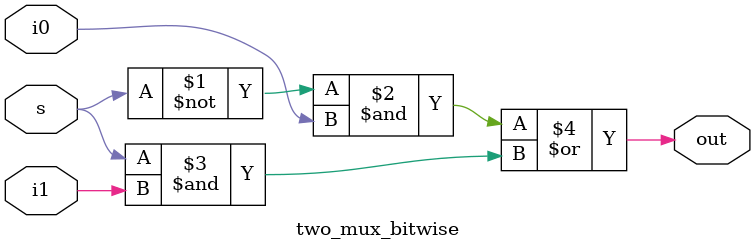
<source format=v>
`timescale 1ns / 1ps


module two_mux_bitwise(input i0,i1,s,output out);
assign out=~s&i0|s&i1;
 endmodule

</source>
